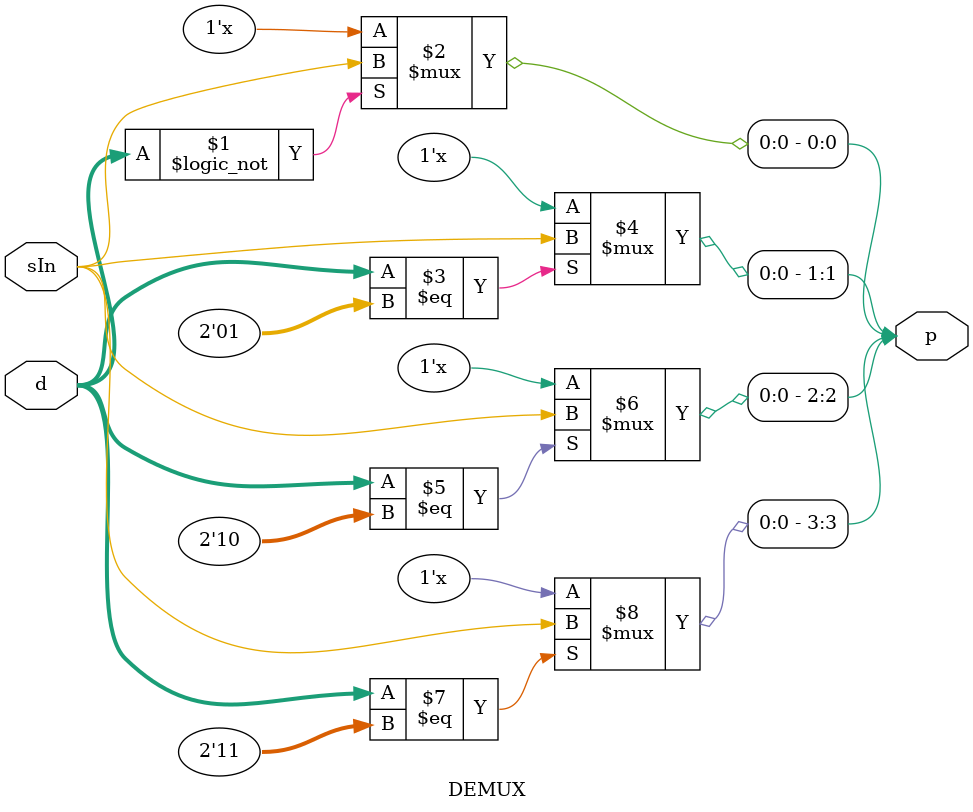
<source format=sv>
module MSSDP(input clk, sIn, output logic outValid, Error, output logic [1:0]d, output logic [3:0]p);
  logic [3:0] pstate, nstate;
  logic en3, en9, enSH, co3, co9, ld, rst;
  wire [7:0] data;
  wire [2:0] po3;
  wire [8:0] po9;
  parameter [3:0] Wait = 4'd0, start = 4'd1, size = 4'd2, finalLoad = 4'd3, xmit = 4'd4, stop = 4'd5, err = 4'd6;
  always @(pstate, co9, co3, sIn) begin
    rst = 1'b0; outValid = 1'b0; Error = 1'b0; nstate = Wait;
    case(pstate)
      Wait: begin
		 rst = 1'b1 ;
		 if(sIn)
			nstate = Wait;
		else
			nstate = start;
	end
      start: begin
		nstate = size;
 		rst = 1'b0; 
		en3 = 1'b1; 
		enSH = 1'b1; 
	end
      size: begin 
		rst = 1'b0; 
		en3 = 1'b1; 
		enSH = 1'b1; 
		if(co3)
			nstate = finalLoad;
		else
			nstate = size;
	 end
      finalLoad:begin 
		en3 = 1'b0; 
		enSH = 1'b0;  
		ld = 1'b1;
	 	d = data[1:0]; 
		nstate = xmit ;
	 end
      xmit: begin 
		ld = 1'b0 ;
		en9 = 1'b1; 
		outValid = 1'b1 ;
		if(co9)
			nstate = stop;
		else
			nstate = xmit;
	 end
      stop: begin 
		en9 = 1'b0;
		if(sIn)
			nstate = Wait;
		else
			nstate = err;
	 end
      err: begin
		Error = 1'b1; 
		if(sIn)
			nstate = Wait;
		else
			nstate = err;
	end
      default: nstate = Wait;
    endcase
  end
  SR8 shreg(clk, rst, enSH, sIn, data);
  upcnt3 CNT3(clk, rst, en3, co3, po3);
  dncnt9 CNT9(clk, rst, en9, ld, data[7:2], co9, po9);
  DEMUX SEL(sIn, d, p);
  always @(posedge clk)begin
    pstate <= nstate;
  end
  
endmodule

module SR8(input clk, rst, en, sIn, output logic[7:0] PO);

  always @(posedge clk, posedge rst) begin
    if(rst)
	 PO <= 8'b0;
    else begin
	if (en)
		PO <= {sIn, PO[7:1]};
	end 
  end
endmodule

module upcnt3 (input clk, rst, en, output co, output logic [2:0] PO);
  always @ (posedge clk, posedge rst) begin
    if(rst) 
	PO <= 3'b0;
    else if(en) 
	PO <= PO + 1;
  end
  assign co = &{PO};
endmodule

module dncnt9 (input clk, rst, en, ld, input [5:0] PI, output co, output logic [8:0] PO);
  always @(posedge clk, posedge rst) begin
    if(rst) 
	PO <= 9'b0;
    else if(ld) 
	PO[8:3] <= PI;
    else if(en) 
	PO <= PO - 1;
  end
  assign co = ~|{PO};
endmodule

module DEMUX (input sIn, input [1:0]d,output [3:0] p);
    assign p[0] = (d==2'b00) ? sIn : 1'bz;
    assign p[1] = (d==2'b01) ? sIn : 1'bz;
    assign p[2] = (d==2'b10) ? sIn : 1'bz;
    assign p[3] = (d==2'b11) ? sIn : 1'bz;   
endmodule

</source>
